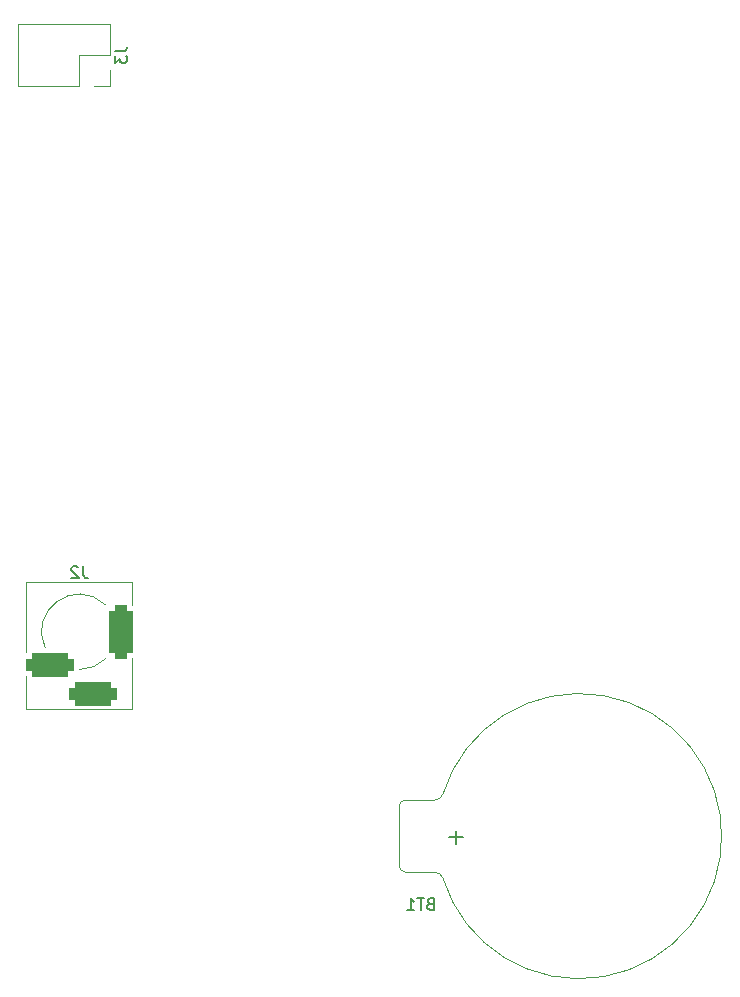
<source format=gbr>
%TF.GenerationSoftware,KiCad,Pcbnew,(6.0.6)*%
%TF.CreationDate,2022-07-21T19:51:41-07:00*%
%TF.ProjectId,HPS-Rect-Clock,4850532d-5265-4637-942d-436c6f636b2e,rev?*%
%TF.SameCoordinates,PX4b93a80PY8b0aba0*%
%TF.FileFunction,Legend,Bot*%
%TF.FilePolarity,Positive*%
%FSLAX46Y46*%
G04 Gerber Fmt 4.6, Leading zero omitted, Abs format (unit mm)*
G04 Created by KiCad (PCBNEW (6.0.6)) date 2022-07-21 19:51:41*
%MOMM*%
%LPD*%
G01*
G04 APERTURE LIST*
G04 Aperture macros list*
%AMRoundRect*
0 Rectangle with rounded corners*
0 $1 Rounding radius*
0 $2 $3 $4 $5 $6 $7 $8 $9 X,Y pos of 4 corners*
0 Add a 4 corners polygon primitive as box body*
4,1,4,$2,$3,$4,$5,$6,$7,$8,$9,$2,$3,0*
0 Add four circle primitives for the rounded corners*
1,1,$1+$1,$2,$3*
1,1,$1+$1,$4,$5*
1,1,$1+$1,$6,$7*
1,1,$1+$1,$8,$9*
0 Add four rect primitives between the rounded corners*
20,1,$1+$1,$2,$3,$4,$5,0*
20,1,$1+$1,$4,$5,$6,$7,0*
20,1,$1+$1,$6,$7,$8,$9,0*
20,1,$1+$1,$8,$9,$2,$3,0*%
G04 Aperture macros list end*
%ADD10C,0.150000*%
%ADD11C,0.120000*%
%ADD12C,3.200000*%
%ADD13C,2.000000*%
%ADD14R,1.600000X1.600000*%
%ADD15O,1.600000X1.600000*%
%ADD16O,1.700000X1.700000*%
%ADD17R,1.700000X1.700000*%
%ADD18C,1.440000*%
%ADD19C,3.000000*%
%ADD20O,1.800000X2.600000*%
%ADD21R,1.800000X2.600000*%
%ADD22R,3.000000X3.000000*%
%ADD23RoundRect,0.500000X0.500000X-1.750000X0.500000X1.750000X-0.500000X1.750000X-0.500000X-1.750000X0*%
%ADD24RoundRect,0.500000X1.500000X0.500000X-1.500000X0.500000X-1.500000X-0.500000X1.500000X-0.500000X0*%
G04 APERTURE END LIST*
D10*
%TO.C,BT1*%
X108937714Y10067429D02*
X108794857Y10019810D01*
X108747238Y9972191D01*
X108699619Y9876953D01*
X108699619Y9734096D01*
X108747238Y9638858D01*
X108794857Y9591239D01*
X108890095Y9543620D01*
X109271047Y9543620D01*
X109271047Y10543620D01*
X108937714Y10543620D01*
X108842476Y10496000D01*
X108794857Y10448381D01*
X108747238Y10353143D01*
X108747238Y10257905D01*
X108794857Y10162667D01*
X108842476Y10115048D01*
X108937714Y10067429D01*
X109271047Y10067429D01*
X108413904Y10543620D02*
X107842476Y10543620D01*
X108128190Y9543620D02*
X108128190Y10543620D01*
X106985333Y9543620D02*
X107556761Y9543620D01*
X107271047Y9543620D02*
X107271047Y10543620D01*
X107366285Y10400762D01*
X107461523Y10305524D01*
X107556761Y10257905D01*
X111673428Y15688858D02*
X110530571Y15688858D01*
X111102000Y15117429D02*
X111102000Y16260286D01*
%TO.C,J2*%
X79550333Y38643620D02*
X79550333Y37929334D01*
X79597952Y37786477D01*
X79693190Y37691239D01*
X79836047Y37643620D01*
X79931285Y37643620D01*
X79121761Y38548381D02*
X79074142Y38596000D01*
X78978904Y38643620D01*
X78740809Y38643620D01*
X78645571Y38596000D01*
X78597952Y38548381D01*
X78550333Y38453143D01*
X78550333Y38357905D01*
X78597952Y38215048D01*
X79169380Y37643620D01*
X78550333Y37643620D01*
%TO.C,J3*%
X82259380Y82249334D02*
X82973666Y82249334D01*
X83116523Y82296953D01*
X83211761Y82392191D01*
X83259380Y82535048D01*
X83259380Y82630286D01*
X82259380Y81868381D02*
X82259380Y81249334D01*
X82640333Y81582667D01*
X82640333Y81439810D01*
X82687952Y81344572D01*
X82735571Y81296953D01*
X82830809Y81249334D01*
X83068904Y81249334D01*
X83164142Y81296953D01*
X83211761Y81344572D01*
X83259380Y81439810D01*
X83259380Y81725524D01*
X83211761Y81820762D01*
X83164142Y81868381D01*
D11*
%TO.C,BT1*%
X106852000Y18846000D02*
X109302000Y18846000D01*
X109302000Y12746000D02*
X106852000Y12746000D01*
X106302000Y13296000D02*
X106302000Y18296000D01*
X133615443Y15280009D02*
G75*
G03*
X110002000Y19316000I-12063443J515991D01*
G01*
X106852000Y18846000D02*
G75*
G03*
X106302000Y18296000I-1J-549999D01*
G01*
X106302000Y13296000D02*
G75*
G03*
X106852000Y12746000I549999J-1D01*
G01*
X110002000Y12276000D02*
G75*
G03*
X133615443Y16311991I11550000J3520000D01*
G01*
X110006769Y12252515D02*
G75*
G03*
X109302000Y12746000I-704769J-256515D01*
G01*
X109302000Y18846000D02*
G75*
G03*
X110006769Y19339485I0J750000D01*
G01*
%TO.C,J2*%
X83717000Y37296000D02*
X74717000Y37296000D01*
X74717000Y26596000D02*
X74717000Y29346000D01*
X83717000Y26596000D02*
X83717000Y30846000D01*
X74717000Y37296000D02*
X74717000Y31346000D01*
X83717000Y26596000D02*
X74717000Y26596000D01*
X83717000Y37296000D02*
X83717000Y35346000D01*
X79217000Y29896000D02*
G75*
G03*
X81479742Y30833258I2J3199997D01*
G01*
X81417000Y35396000D02*
G75*
G03*
X76350755Y31712295I-2200000J-2300000D01*
G01*
%TO.C,J3*%
X81807000Y79316000D02*
X81807000Y80646000D01*
X80477000Y79316000D02*
X81807000Y79316000D01*
X81807000Y81916000D02*
X81807000Y84516000D01*
X79207000Y81916000D02*
X81807000Y81916000D01*
X79207000Y79316000D02*
X79207000Y81916000D01*
X81807000Y84516000D02*
X74067000Y84516000D01*
X79207000Y79316000D02*
X74067000Y79316000D01*
X74067000Y79316000D02*
X74067000Y84516000D01*
%TD*%
%LPC*%
D12*
%TO.C,H4*%
X135752000Y5796000D03*
%TD*%
D13*
%TO.C,TP6*%
X135352000Y49796000D03*
%TD*%
D14*
%TO.C,U2*%
X115687000Y40396000D03*
D15*
X115687000Y42936000D03*
X115687000Y45476000D03*
X115687000Y48016000D03*
X115687000Y50556000D03*
X115687000Y53096000D03*
X115687000Y55636000D03*
X115687000Y58176000D03*
X115687000Y60716000D03*
X115687000Y63256000D03*
X115687000Y65796000D03*
X115687000Y68336000D03*
X115687000Y70876000D03*
X115687000Y73416000D03*
X108067000Y73416000D03*
X108067000Y70876000D03*
X108067000Y68336000D03*
X108067000Y65796000D03*
X108067000Y63256000D03*
X108067000Y60716000D03*
X108067000Y58176000D03*
X108067000Y55636000D03*
X108067000Y53096000D03*
X108067000Y50556000D03*
X108067000Y48016000D03*
X108067000Y45476000D03*
X108067000Y42936000D03*
X108067000Y40396000D03*
%TD*%
D16*
%TO.C,J1*%
X103632000Y18161000D03*
X103632000Y20701000D03*
X103632000Y23241000D03*
X103632000Y25781000D03*
X103632000Y28321000D03*
D17*
X103632000Y30861000D03*
%TD*%
D13*
%TO.C,TP4*%
X99152000Y76796000D03*
%TD*%
D18*
%TO.C,RV1*%
X21067000Y85471000D03*
X18527000Y82931000D03*
X21067000Y80391000D03*
%TD*%
D12*
%TO.C,H2*%
X135752000Y85796000D03*
%TD*%
D13*
%TO.C,TP5*%
X136352000Y46796000D03*
%TD*%
D12*
%TO.C,H3*%
X5752000Y5796000D03*
%TD*%
D19*
%TO.C,DS1*%
X89062000Y74158500D03*
X89061480Y43157800D03*
X14062900Y43157800D03*
X14062900Y74158500D03*
D20*
X57662000Y74158500D03*
X55122000Y74158500D03*
X52582000Y74158500D03*
X50042000Y74158500D03*
X47502000Y74158500D03*
X44962000Y74158500D03*
X42422000Y74158500D03*
X39882000Y74158500D03*
X37342000Y74158500D03*
X34802000Y74158500D03*
X32262000Y74158500D03*
X29722000Y74158500D03*
X27182000Y74158500D03*
X24642000Y74158500D03*
X22102000Y74158500D03*
D21*
X19562000Y74158500D03*
%TD*%
D13*
%TO.C,TP1*%
X95752000Y62596000D03*
%TD*%
D12*
%TO.C,H1*%
X5752000Y85796000D03*
%TD*%
D14*
%TO.C,U1*%
X90262000Y9436000D03*
D15*
X90262000Y11976000D03*
X90262000Y14516000D03*
X90262000Y17056000D03*
X82642000Y17056000D03*
X82642000Y14516000D03*
X82642000Y11976000D03*
X82642000Y9436000D03*
%TD*%
D13*
%TO.C,TP3*%
X121352000Y71196000D03*
%TD*%
D22*
%TO.C,BT1*%
X108352000Y15796000D03*
D19*
X128842000Y15796000D03*
%TD*%
D23*
%TO.C,J2*%
X82717000Y33096000D03*
D24*
X80417000Y27796000D03*
X76717000Y30296000D03*
%TD*%
D17*
%TO.C,J3*%
X80477000Y80646000D03*
D16*
X80477000Y83186000D03*
X77937000Y80646000D03*
X77937000Y83186000D03*
X75397000Y80646000D03*
X75397000Y83186000D03*
%TD*%
M02*

</source>
